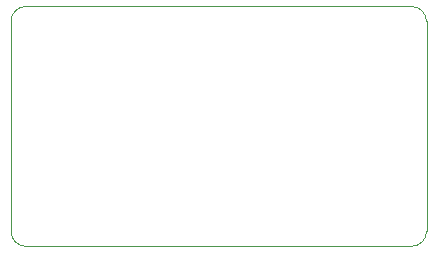
<source format=gm1>
G04 #@! TF.GenerationSoftware,KiCad,Pcbnew,(6.0.1)*
G04 #@! TF.CreationDate,2024-05-17T17:22:04+02:00*
G04 #@! TF.ProjectId,pmod_memory_module,706d6f64-5f6d-4656-9d6f-72795f6d6f64,rev?*
G04 #@! TF.SameCoordinates,Original*
G04 #@! TF.FileFunction,Profile,NP*
%FSLAX46Y46*%
G04 Gerber Fmt 4.6, Leading zero omitted, Abs format (unit mm)*
G04 Created by KiCad (PCBNEW (6.0.1)) date 2024-05-17 17:22:04*
%MOMM*%
%LPD*%
G01*
G04 APERTURE LIST*
G04 #@! TA.AperFunction,Profile*
%ADD10C,0.100000*%
G04 #@! TD*
G04 APERTURE END LIST*
D10*
X52959000Y-36830001D02*
X52959000Y-19050001D01*
X51689000Y-17780001D02*
X19050000Y-17780000D01*
X52959000Y-19050001D02*
G75*
G03*
X51689000Y-17780001I-1288313J-18313D01*
G01*
X51689000Y-38100001D02*
G75*
G03*
X52959000Y-36830001I1J1269999D01*
G01*
X17780000Y-36830000D02*
G75*
G03*
X19050000Y-38100000I1269999J-1D01*
G01*
X19050000Y-17780000D02*
G75*
G03*
X17780000Y-19050000I-1J-1269999D01*
G01*
X17780000Y-19050000D02*
X17780000Y-36830000D01*
X19050000Y-38100000D02*
X51689000Y-38100001D01*
M02*

</source>
